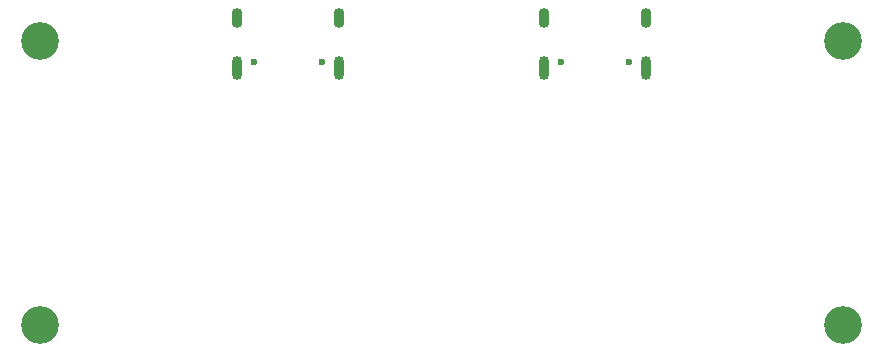
<source format=gbs>
G04 #@! TF.GenerationSoftware,KiCad,Pcbnew,8.0.1*
G04 #@! TF.CreationDate,2024-05-22T20:39:37+03:00*
G04 #@! TF.ProjectId,ESP32-C3_6_pico,45535033-322d-4433-935f-365f7069636f,rev?*
G04 #@! TF.SameCoordinates,Original*
G04 #@! TF.FileFunction,Soldermask,Bot*
G04 #@! TF.FilePolarity,Negative*
%FSLAX46Y46*%
G04 Gerber Fmt 4.6, Leading zero omitted, Abs format (unit mm)*
G04 Created by KiCad (PCBNEW 8.0.1) date 2024-05-22 20:39:37*
%MOMM*%
%LPD*%
G01*
G04 APERTURE LIST*
%ADD10C,3.200000*%
%ADD11C,0.600000*%
%ADD12O,0.900000X2.000000*%
%ADD13O,0.900000X1.700000*%
G04 APERTURE END LIST*
D10*
G04 #@! TO.C,H4*
X184000000Y-88000000D03*
G04 #@! TD*
D11*
G04 #@! TO.C,U5*
X165890001Y-89750000D03*
X160110001Y-89750000D03*
D12*
X167320001Y-90230000D03*
D13*
X167320001Y-86060000D03*
D12*
X158680001Y-90230000D03*
D13*
X158680001Y-86060000D03*
G04 #@! TD*
D10*
G04 #@! TO.C,H1*
X116000000Y-88000000D03*
G04 #@! TD*
G04 #@! TO.C,H3*
X184000000Y-112000000D03*
G04 #@! TD*
G04 #@! TO.C,H2*
X116000000Y-112000000D03*
G04 #@! TD*
D11*
G04 #@! TO.C,J1*
X139890000Y-89750000D03*
X134110000Y-89750000D03*
D12*
X141320000Y-90230000D03*
D13*
X141320000Y-86060000D03*
D12*
X132680000Y-90230000D03*
D13*
X132680000Y-86060000D03*
G04 #@! TD*
M02*

</source>
